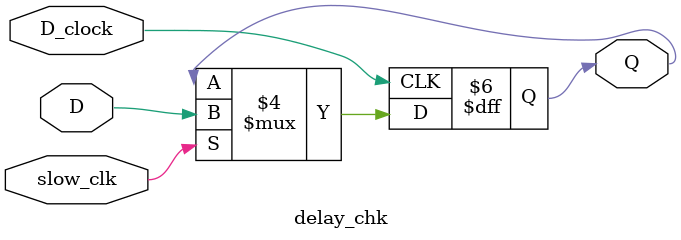
<source format=v>
`timescale 1ns / 1ps


module stopwatch_t(
    input clk_100M,// 100 megahz aka 100 million hz,
    input rst,
    input pause,
    input [1:0] sw,
    output reg [3:0] an,
    output reg [6:0] seg
    );
    
    wire [1:0] an_activation;
    wire [1:0] blink_control;
//    reg [19:0] an_refreshrate;
    reg [29:0] an_refreshrate;
    
    reg [26:0] clk_100M_counter;
    
    // time counters
    reg [3:0] seconds_counter;
    reg [3:0] tens_counter;
    reg [3:0] minutes_counter;
    reg [3:0] tens_minutes_counter;
        
    reg [3:0] sevseg_number; // digit 0-9 that we want to throw on display
    
    wire debounce_clock;
    wire chk1, chk2, db0;
    wire rst_clean;
    
    wire pause_clean;
    reg current_pause = 0;
    wire chk3, chk4, db1;
    
    reg [26:0] clk_100M_counter_fast;
    
    // clock for updating display values (really fast)
    always@(posedge clk_100M) begin 
        an_refreshrate <= an_refreshrate + 1;
    end
    assign an_activation = an_refreshrate[19:18];
    assign blink_control = an_refreshrate[23:22];
    
//    always@(posedge rst_clean) begin
//        seconds_counter <= 0;
//        tens_counter <= 0;
//        minutes_counter <= 0;
//        tens_minutes_counter <= 0;
//    end
    
    // clock for counting seconds for stopwatch
    always@(posedge clk_100M) begin
        
        if (pause_clean)
            current_pause = ~current_pause;
    
        if (rst_clean) begin
            seconds_counter <= 0;
            tens_counter <= 0;
            minutes_counter <= 0;
            tens_minutes_counter <= 0;
        end
    
        if (!current_pause) begin
            clk_100M_counter <= clk_100M_counter + 1;
            
            case(sw)
                2'b11 : begin
                    //seconds speedup, pause minutes
                    if (clk_100M_counter == 9999999) begin
                        seconds_counter <= seconds_counter +1;
                        clk_100M_counter <= 0; // reset the counter so we can count 1 second again
                        if (seconds_counter == 9) begin // if 10 seconds, increment 10s digit
                            tens_counter <= tens_counter + 1;
                            seconds_counter <= 0;
                            
                            if (tens_counter == 5) begin
                                // RESET
                                seconds_counter <= 0;
                                tens_counter <= 0;
                            end    

                        end
                    end
                end
                2'b01 : begin
                    //minutes speedup, pause seconds
                    if (clk_100M_counter == 9999999) begin
                        minutes_counter <= minutes_counter + 1;
                        clk_100M_counter <= 0;
                        if (minutes_counter == 9) begin
                            tens_minutes_counter <= tens_minutes_counter + 1;
                            minutes_counter <= 0;
                            
                            if (tens_minutes_counter == 5) begin
                                minutes_counter <= 0;
                                tens_minutes_counter <= 0;
                            end
                        
                        end  
                    end
                
                end
                default : begin
                    if (clk_100M_counter == 99999999) begin
                        seconds_counter <= seconds_counter +1;
                        clk_100M_counter <= 0; // reset the counter so we can count 1 second again
                        if (seconds_counter == 9) begin // if 10 seconds, increment 10s digit
                            tens_counter <= tens_counter + 1;
                            seconds_counter <= 0;
                            if (tens_counter == 5) begin // if 60 seconds, increment minutes digit
                                minutes_counter <= minutes_counter + 1;
                                tens_counter <= 0;
                                seconds_counter <= 0;
                                if (minutes_counter == 9) begin // if 10 seconds, increment 10s minutes digit
                                    tens_minutes_counter <= tens_minutes_counter + 1;
                                    minutes_counter <= 0;
                                    if (tens_minutes_counter == 5) begin
                                        // RESET
                                        seconds_counter <= 0;
                                        tens_counter <= 0;
                                        minutes_counter <= 0;
                                        tens_minutes_counter <= 0;
                                    end    
                                end
                            end
                        end
                    end
                end
            endcase
            
       
        end
    end
    
    
//    always @(posedge rst_clean) begin
//        seconds_counter <= 0;
//        tens_counter <= 0;
//        minutes_counter <= 0;
//        tens_minutes_counter <= 0;
//    end
    
    //
    
    // refresh display. iterate thru all 4 digits and make needed changes
    
    always@(*) begin
        case (sw)
            2'b11 : begin
                //seconds speedup, pause minutes
                case(blink_control)
                    2'b00: begin
                        an = 4'b0111;
                        sevseg_number = seconds_counter;
                    end
                    2'b01: begin
                        an = 4'b1011;
                        sevseg_number = tens_counter;
                    end
                endcase
                case(an_activation)
                    2'b10: begin
                        an = 4'b1101;
                        sevseg_number = minutes_counter;
                    end
                    2'b11: begin
                        an = 4'b1110;
                        sevseg_number = tens_minutes_counter;
                    end
                endcase
                
                
            end
            2'b01 : begin
                //minutes speedup, pause seconds
                case(blink_control)
                    2'b10: begin
                        an = 4'b1101;
                        sevseg_number = minutes_counter;
                    end
                    2'b11: begin
                        an = 4'b1110;
                        sevseg_number = tens_minutes_counter;
                    end
                endcase
                case(an_activation)
                    2'b00: begin
                        an = 4'b0111;
                        sevseg_number = seconds_counter;
                    end
                    2'b01: begin
                        an = 4'b1011;
                        sevseg_number = tens_counter;
                    end
                endcase
            
            end
            default : begin
                case(an_activation)
                    2'b00: begin
                        an = 4'b0111;
                        sevseg_number = seconds_counter;
                    end
                    2'b01: begin
                        an = 4'b1011;
                        sevseg_number = tens_counter;
                    end
                    2'b10: begin
                        an = 4'b1101;
                        sevseg_number = minutes_counter;
        
                    end
                    2'b11: begin
                        an = 4'b1110;
                        sevseg_number = tens_minutes_counter;
        
                    end
                endcase
            end
        endcase
 
    end
    
    
    always@(*) begin
        case(sevseg_number)
            4'b0000: seg = 7'b0000001; // "0"     
            4'b0001: seg = 7'b1001111; // "1" 
            4'b0010: seg = 7'b0010010; // "2" 
            4'b0011: seg = 7'b0000110; // "3" 
            4'b0100: seg = 7'b1001100; // "4" 
            4'b0101: seg = 7'b0100100; // "5" 
            4'b0110: seg = 7'b0100000; // "6" 
            4'b0111: seg = 7'b0001111; // "7" 
            4'b1000: seg = 7'b0000000; // "8"     
            4'b1001: seg = 7'b0000100; // "9" 
            default: seg = 7'b0000001; // "0" 
        endcase
    end
    
    // debounce encoding
//    assign debounce_clock = (clk_100M_counter == 1) ? 1'b1:1'b0;
//    249999
    
    // debounce
    delay_chk d0(clk_100M, clk_100M_counter, rst, db0);
    delay_chk d1(clk_100M, clk_100M_counter, pause, db1);
    
    // metastablilty
    delay_chk d2(clk_100M, clk_100M_counter, db0, chk1);
    delay_chk d3(clk_100M, clk_100M_counter, chk1, chk2);
    
    delay_chk d4(clk_100M, clk_100M_counter, db1, chk3);
    delay_chk d5(clk_100M, clk_100M_counter, chk3, chk4);
    
    // output clean signal
    assign rst_clean = chk1 & ~chk2;
    
    assign pause_clean = chk3 & ~chk4;
    
//    always@(posedge pause_clean) begin
//        current_pause = ~current_pause;
//    end
    

endmodule

module delay_chk (input D_clock, slow_clk, D, output reg Q=0);
    always@(posedge D_clock) begin
        if (slow_clk == 1)
            Q <= D;
    end
endmodule

</source>
